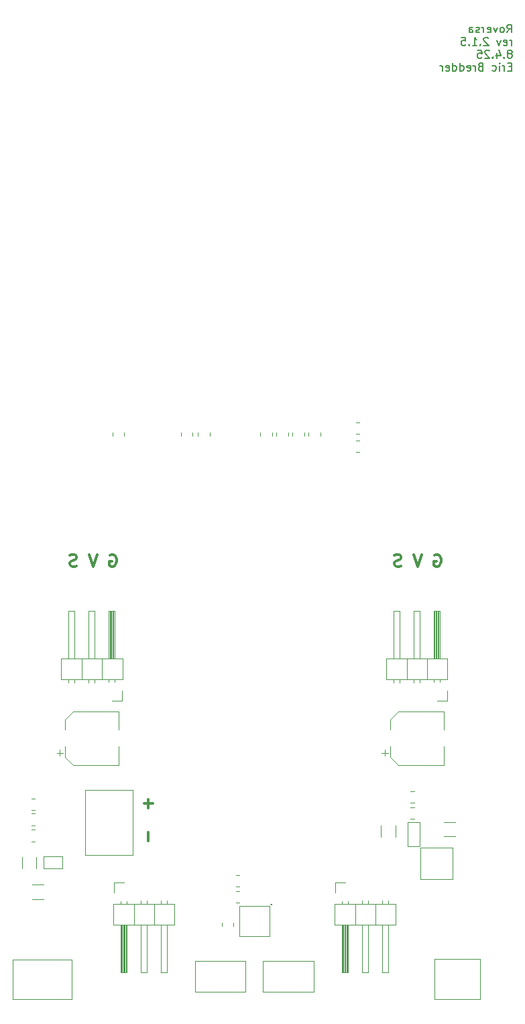
<source format=gbr>
%TF.GenerationSoftware,KiCad,Pcbnew,9.0.3*%
%TF.CreationDate,2025-08-22T11:29:55-04:00*%
%TF.ProjectId,roversa2,726f7665-7273-4613-922e-6b696361645f,rev?*%
%TF.SameCoordinates,Original*%
%TF.FileFunction,Legend,Bot*%
%TF.FilePolarity,Positive*%
%FSLAX46Y46*%
G04 Gerber Fmt 4.6, Leading zero omitted, Abs format (unit mm)*
G04 Created by KiCad (PCBNEW 9.0.3) date 2025-08-22 11:29:55*
%MOMM*%
%LPD*%
G01*
G04 APERTURE LIST*
%ADD10C,0.150000*%
%ADD11C,0.300000*%
%ADD12C,0.120000*%
%ADD13C,0.100000*%
G04 APERTURE END LIST*
D10*
X102060000Y-137500000D02*
G75*
G02*
X101940000Y-137500000I-60000J0D01*
G01*
X101940000Y-137500000D02*
G75*
G02*
X102060000Y-137500000I60000J0D01*
G01*
D11*
X122611774Y-93368257D02*
X122754632Y-93296828D01*
X122754632Y-93296828D02*
X122968917Y-93296828D01*
X122968917Y-93296828D02*
X123183203Y-93368257D01*
X123183203Y-93368257D02*
X123326060Y-93511114D01*
X123326060Y-93511114D02*
X123397489Y-93653971D01*
X123397489Y-93653971D02*
X123468917Y-93939685D01*
X123468917Y-93939685D02*
X123468917Y-94153971D01*
X123468917Y-94153971D02*
X123397489Y-94439685D01*
X123397489Y-94439685D02*
X123326060Y-94582542D01*
X123326060Y-94582542D02*
X123183203Y-94725400D01*
X123183203Y-94725400D02*
X122968917Y-94796828D01*
X122968917Y-94796828D02*
X122826060Y-94796828D01*
X122826060Y-94796828D02*
X122611774Y-94725400D01*
X122611774Y-94725400D02*
X122540346Y-94653971D01*
X122540346Y-94653971D02*
X122540346Y-94153971D01*
X122540346Y-94153971D02*
X122826060Y-94153971D01*
X120968917Y-93296828D02*
X120468917Y-94796828D01*
X120468917Y-94796828D02*
X119968917Y-93296828D01*
X118397489Y-94725400D02*
X118183204Y-94796828D01*
X118183204Y-94796828D02*
X117826061Y-94796828D01*
X117826061Y-94796828D02*
X117683204Y-94725400D01*
X117683204Y-94725400D02*
X117611775Y-94653971D01*
X117611775Y-94653971D02*
X117540346Y-94511114D01*
X117540346Y-94511114D02*
X117540346Y-94368257D01*
X117540346Y-94368257D02*
X117611775Y-94225400D01*
X117611775Y-94225400D02*
X117683204Y-94153971D01*
X117683204Y-94153971D02*
X117826061Y-94082542D01*
X117826061Y-94082542D02*
X118111775Y-94011114D01*
X118111775Y-94011114D02*
X118254632Y-93939685D01*
X118254632Y-93939685D02*
X118326061Y-93868257D01*
X118326061Y-93868257D02*
X118397489Y-93725400D01*
X118397489Y-93725400D02*
X118397489Y-93582542D01*
X118397489Y-93582542D02*
X118326061Y-93439685D01*
X118326061Y-93439685D02*
X118254632Y-93368257D01*
X118254632Y-93368257D02*
X118111775Y-93296828D01*
X118111775Y-93296828D02*
X117754632Y-93296828D01*
X117754632Y-93296828D02*
X117540346Y-93368257D01*
X86495600Y-129468089D02*
X86495600Y-128325232D01*
X86495600Y-125325232D02*
X86495600Y-124182375D01*
X85924171Y-124753803D02*
X87067028Y-124753803D01*
D10*
X131781392Y-27399587D02*
X132114725Y-26923396D01*
X132352820Y-27399587D02*
X132352820Y-26399587D01*
X132352820Y-26399587D02*
X131971868Y-26399587D01*
X131971868Y-26399587D02*
X131876630Y-26447206D01*
X131876630Y-26447206D02*
X131829011Y-26494825D01*
X131829011Y-26494825D02*
X131781392Y-26590063D01*
X131781392Y-26590063D02*
X131781392Y-26732920D01*
X131781392Y-26732920D02*
X131829011Y-26828158D01*
X131829011Y-26828158D02*
X131876630Y-26875777D01*
X131876630Y-26875777D02*
X131971868Y-26923396D01*
X131971868Y-26923396D02*
X132352820Y-26923396D01*
X131209963Y-27399587D02*
X131305201Y-27351968D01*
X131305201Y-27351968D02*
X131352820Y-27304348D01*
X131352820Y-27304348D02*
X131400439Y-27209110D01*
X131400439Y-27209110D02*
X131400439Y-26923396D01*
X131400439Y-26923396D02*
X131352820Y-26828158D01*
X131352820Y-26828158D02*
X131305201Y-26780539D01*
X131305201Y-26780539D02*
X131209963Y-26732920D01*
X131209963Y-26732920D02*
X131067106Y-26732920D01*
X131067106Y-26732920D02*
X130971868Y-26780539D01*
X130971868Y-26780539D02*
X130924249Y-26828158D01*
X130924249Y-26828158D02*
X130876630Y-26923396D01*
X130876630Y-26923396D02*
X130876630Y-27209110D01*
X130876630Y-27209110D02*
X130924249Y-27304348D01*
X130924249Y-27304348D02*
X130971868Y-27351968D01*
X130971868Y-27351968D02*
X131067106Y-27399587D01*
X131067106Y-27399587D02*
X131209963Y-27399587D01*
X130543296Y-26732920D02*
X130305201Y-27399587D01*
X130305201Y-27399587D02*
X130067106Y-26732920D01*
X129305201Y-27351968D02*
X129400439Y-27399587D01*
X129400439Y-27399587D02*
X129590915Y-27399587D01*
X129590915Y-27399587D02*
X129686153Y-27351968D01*
X129686153Y-27351968D02*
X129733772Y-27256729D01*
X129733772Y-27256729D02*
X129733772Y-26875777D01*
X129733772Y-26875777D02*
X129686153Y-26780539D01*
X129686153Y-26780539D02*
X129590915Y-26732920D01*
X129590915Y-26732920D02*
X129400439Y-26732920D01*
X129400439Y-26732920D02*
X129305201Y-26780539D01*
X129305201Y-26780539D02*
X129257582Y-26875777D01*
X129257582Y-26875777D02*
X129257582Y-26971015D01*
X129257582Y-26971015D02*
X129733772Y-27066253D01*
X128829010Y-27399587D02*
X128829010Y-26732920D01*
X128829010Y-26923396D02*
X128781391Y-26828158D01*
X128781391Y-26828158D02*
X128733772Y-26780539D01*
X128733772Y-26780539D02*
X128638534Y-26732920D01*
X128638534Y-26732920D02*
X128543296Y-26732920D01*
X128257581Y-27351968D02*
X128162343Y-27399587D01*
X128162343Y-27399587D02*
X127971867Y-27399587D01*
X127971867Y-27399587D02*
X127876629Y-27351968D01*
X127876629Y-27351968D02*
X127829010Y-27256729D01*
X127829010Y-27256729D02*
X127829010Y-27209110D01*
X127829010Y-27209110D02*
X127876629Y-27113872D01*
X127876629Y-27113872D02*
X127971867Y-27066253D01*
X127971867Y-27066253D02*
X128114724Y-27066253D01*
X128114724Y-27066253D02*
X128209962Y-27018634D01*
X128209962Y-27018634D02*
X128257581Y-26923396D01*
X128257581Y-26923396D02*
X128257581Y-26875777D01*
X128257581Y-26875777D02*
X128209962Y-26780539D01*
X128209962Y-26780539D02*
X128114724Y-26732920D01*
X128114724Y-26732920D02*
X127971867Y-26732920D01*
X127971867Y-26732920D02*
X127876629Y-26780539D01*
X126971867Y-27399587D02*
X126971867Y-26875777D01*
X126971867Y-26875777D02*
X127019486Y-26780539D01*
X127019486Y-26780539D02*
X127114724Y-26732920D01*
X127114724Y-26732920D02*
X127305200Y-26732920D01*
X127305200Y-26732920D02*
X127400438Y-26780539D01*
X126971867Y-27351968D02*
X127067105Y-27399587D01*
X127067105Y-27399587D02*
X127305200Y-27399587D01*
X127305200Y-27399587D02*
X127400438Y-27351968D01*
X127400438Y-27351968D02*
X127448057Y-27256729D01*
X127448057Y-27256729D02*
X127448057Y-27161491D01*
X127448057Y-27161491D02*
X127400438Y-27066253D01*
X127400438Y-27066253D02*
X127305200Y-27018634D01*
X127305200Y-27018634D02*
X127067105Y-27018634D01*
X127067105Y-27018634D02*
X126971867Y-26971015D01*
X132352820Y-29009531D02*
X132352820Y-28342864D01*
X132352820Y-28533340D02*
X132305201Y-28438102D01*
X132305201Y-28438102D02*
X132257582Y-28390483D01*
X132257582Y-28390483D02*
X132162344Y-28342864D01*
X132162344Y-28342864D02*
X132067106Y-28342864D01*
X131352820Y-28961912D02*
X131448058Y-29009531D01*
X131448058Y-29009531D02*
X131638534Y-29009531D01*
X131638534Y-29009531D02*
X131733772Y-28961912D01*
X131733772Y-28961912D02*
X131781391Y-28866673D01*
X131781391Y-28866673D02*
X131781391Y-28485721D01*
X131781391Y-28485721D02*
X131733772Y-28390483D01*
X131733772Y-28390483D02*
X131638534Y-28342864D01*
X131638534Y-28342864D02*
X131448058Y-28342864D01*
X131448058Y-28342864D02*
X131352820Y-28390483D01*
X131352820Y-28390483D02*
X131305201Y-28485721D01*
X131305201Y-28485721D02*
X131305201Y-28580959D01*
X131305201Y-28580959D02*
X131781391Y-28676197D01*
X130971867Y-28342864D02*
X130733772Y-29009531D01*
X130733772Y-29009531D02*
X130495677Y-28342864D01*
X129400438Y-28104769D02*
X129352819Y-28057150D01*
X129352819Y-28057150D02*
X129257581Y-28009531D01*
X129257581Y-28009531D02*
X129019486Y-28009531D01*
X129019486Y-28009531D02*
X128924248Y-28057150D01*
X128924248Y-28057150D02*
X128876629Y-28104769D01*
X128876629Y-28104769D02*
X128829010Y-28200007D01*
X128829010Y-28200007D02*
X128829010Y-28295245D01*
X128829010Y-28295245D02*
X128876629Y-28438102D01*
X128876629Y-28438102D02*
X129448057Y-29009531D01*
X129448057Y-29009531D02*
X128829010Y-29009531D01*
X128400438Y-28914292D02*
X128352819Y-28961912D01*
X128352819Y-28961912D02*
X128400438Y-29009531D01*
X128400438Y-29009531D02*
X128448057Y-28961912D01*
X128448057Y-28961912D02*
X128400438Y-28914292D01*
X128400438Y-28914292D02*
X128400438Y-29009531D01*
X127400439Y-29009531D02*
X127971867Y-29009531D01*
X127686153Y-29009531D02*
X127686153Y-28009531D01*
X127686153Y-28009531D02*
X127781391Y-28152388D01*
X127781391Y-28152388D02*
X127876629Y-28247626D01*
X127876629Y-28247626D02*
X127971867Y-28295245D01*
X126971867Y-28914292D02*
X126924248Y-28961912D01*
X126924248Y-28961912D02*
X126971867Y-29009531D01*
X126971867Y-29009531D02*
X127019486Y-28961912D01*
X127019486Y-28961912D02*
X126971867Y-28914292D01*
X126971867Y-28914292D02*
X126971867Y-29009531D01*
X126019487Y-28009531D02*
X126495677Y-28009531D01*
X126495677Y-28009531D02*
X126543296Y-28485721D01*
X126543296Y-28485721D02*
X126495677Y-28438102D01*
X126495677Y-28438102D02*
X126400439Y-28390483D01*
X126400439Y-28390483D02*
X126162344Y-28390483D01*
X126162344Y-28390483D02*
X126067106Y-28438102D01*
X126067106Y-28438102D02*
X126019487Y-28485721D01*
X126019487Y-28485721D02*
X125971868Y-28580959D01*
X125971868Y-28580959D02*
X125971868Y-28819054D01*
X125971868Y-28819054D02*
X126019487Y-28914292D01*
X126019487Y-28914292D02*
X126067106Y-28961912D01*
X126067106Y-28961912D02*
X126162344Y-29009531D01*
X126162344Y-29009531D02*
X126400439Y-29009531D01*
X126400439Y-29009531D02*
X126495677Y-28961912D01*
X126495677Y-28961912D02*
X126543296Y-28914292D01*
X132209963Y-30048046D02*
X132305201Y-30000427D01*
X132305201Y-30000427D02*
X132352820Y-29952808D01*
X132352820Y-29952808D02*
X132400439Y-29857570D01*
X132400439Y-29857570D02*
X132400439Y-29809951D01*
X132400439Y-29809951D02*
X132352820Y-29714713D01*
X132352820Y-29714713D02*
X132305201Y-29667094D01*
X132305201Y-29667094D02*
X132209963Y-29619475D01*
X132209963Y-29619475D02*
X132019487Y-29619475D01*
X132019487Y-29619475D02*
X131924249Y-29667094D01*
X131924249Y-29667094D02*
X131876630Y-29714713D01*
X131876630Y-29714713D02*
X131829011Y-29809951D01*
X131829011Y-29809951D02*
X131829011Y-29857570D01*
X131829011Y-29857570D02*
X131876630Y-29952808D01*
X131876630Y-29952808D02*
X131924249Y-30000427D01*
X131924249Y-30000427D02*
X132019487Y-30048046D01*
X132019487Y-30048046D02*
X132209963Y-30048046D01*
X132209963Y-30048046D02*
X132305201Y-30095665D01*
X132305201Y-30095665D02*
X132352820Y-30143284D01*
X132352820Y-30143284D02*
X132400439Y-30238522D01*
X132400439Y-30238522D02*
X132400439Y-30428998D01*
X132400439Y-30428998D02*
X132352820Y-30524236D01*
X132352820Y-30524236D02*
X132305201Y-30571856D01*
X132305201Y-30571856D02*
X132209963Y-30619475D01*
X132209963Y-30619475D02*
X132019487Y-30619475D01*
X132019487Y-30619475D02*
X131924249Y-30571856D01*
X131924249Y-30571856D02*
X131876630Y-30524236D01*
X131876630Y-30524236D02*
X131829011Y-30428998D01*
X131829011Y-30428998D02*
X131829011Y-30238522D01*
X131829011Y-30238522D02*
X131876630Y-30143284D01*
X131876630Y-30143284D02*
X131924249Y-30095665D01*
X131924249Y-30095665D02*
X132019487Y-30048046D01*
X131400439Y-30524236D02*
X131352820Y-30571856D01*
X131352820Y-30571856D02*
X131400439Y-30619475D01*
X131400439Y-30619475D02*
X131448058Y-30571856D01*
X131448058Y-30571856D02*
X131400439Y-30524236D01*
X131400439Y-30524236D02*
X131400439Y-30619475D01*
X130495678Y-29952808D02*
X130495678Y-30619475D01*
X130733773Y-29571856D02*
X130971868Y-30286141D01*
X130971868Y-30286141D02*
X130352821Y-30286141D01*
X129971868Y-30524236D02*
X129924249Y-30571856D01*
X129924249Y-30571856D02*
X129971868Y-30619475D01*
X129971868Y-30619475D02*
X130019487Y-30571856D01*
X130019487Y-30571856D02*
X129971868Y-30524236D01*
X129971868Y-30524236D02*
X129971868Y-30619475D01*
X129543297Y-29714713D02*
X129495678Y-29667094D01*
X129495678Y-29667094D02*
X129400440Y-29619475D01*
X129400440Y-29619475D02*
X129162345Y-29619475D01*
X129162345Y-29619475D02*
X129067107Y-29667094D01*
X129067107Y-29667094D02*
X129019488Y-29714713D01*
X129019488Y-29714713D02*
X128971869Y-29809951D01*
X128971869Y-29809951D02*
X128971869Y-29905189D01*
X128971869Y-29905189D02*
X129019488Y-30048046D01*
X129019488Y-30048046D02*
X129590916Y-30619475D01*
X129590916Y-30619475D02*
X128971869Y-30619475D01*
X128067107Y-29619475D02*
X128543297Y-29619475D01*
X128543297Y-29619475D02*
X128590916Y-30095665D01*
X128590916Y-30095665D02*
X128543297Y-30048046D01*
X128543297Y-30048046D02*
X128448059Y-30000427D01*
X128448059Y-30000427D02*
X128209964Y-30000427D01*
X128209964Y-30000427D02*
X128114726Y-30048046D01*
X128114726Y-30048046D02*
X128067107Y-30095665D01*
X128067107Y-30095665D02*
X128019488Y-30190903D01*
X128019488Y-30190903D02*
X128019488Y-30428998D01*
X128019488Y-30428998D02*
X128067107Y-30524236D01*
X128067107Y-30524236D02*
X128114726Y-30571856D01*
X128114726Y-30571856D02*
X128209964Y-30619475D01*
X128209964Y-30619475D02*
X128448059Y-30619475D01*
X128448059Y-30619475D02*
X128543297Y-30571856D01*
X128543297Y-30571856D02*
X128590916Y-30524236D01*
X132352820Y-31705609D02*
X132019487Y-31705609D01*
X131876630Y-32229419D02*
X132352820Y-32229419D01*
X132352820Y-32229419D02*
X132352820Y-31229419D01*
X132352820Y-31229419D02*
X131876630Y-31229419D01*
X131448058Y-32229419D02*
X131448058Y-31562752D01*
X131448058Y-31753228D02*
X131400439Y-31657990D01*
X131400439Y-31657990D02*
X131352820Y-31610371D01*
X131352820Y-31610371D02*
X131257582Y-31562752D01*
X131257582Y-31562752D02*
X131162344Y-31562752D01*
X130829010Y-32229419D02*
X130829010Y-31562752D01*
X130829010Y-31229419D02*
X130876629Y-31277038D01*
X130876629Y-31277038D02*
X130829010Y-31324657D01*
X130829010Y-31324657D02*
X130781391Y-31277038D01*
X130781391Y-31277038D02*
X130829010Y-31229419D01*
X130829010Y-31229419D02*
X130829010Y-31324657D01*
X129924249Y-32181800D02*
X130019487Y-32229419D01*
X130019487Y-32229419D02*
X130209963Y-32229419D01*
X130209963Y-32229419D02*
X130305201Y-32181800D01*
X130305201Y-32181800D02*
X130352820Y-32134180D01*
X130352820Y-32134180D02*
X130400439Y-32038942D01*
X130400439Y-32038942D02*
X130400439Y-31753228D01*
X130400439Y-31753228D02*
X130352820Y-31657990D01*
X130352820Y-31657990D02*
X130305201Y-31610371D01*
X130305201Y-31610371D02*
X130209963Y-31562752D01*
X130209963Y-31562752D02*
X130019487Y-31562752D01*
X130019487Y-31562752D02*
X129924249Y-31610371D01*
X128400439Y-31705609D02*
X128257582Y-31753228D01*
X128257582Y-31753228D02*
X128209963Y-31800847D01*
X128209963Y-31800847D02*
X128162344Y-31896085D01*
X128162344Y-31896085D02*
X128162344Y-32038942D01*
X128162344Y-32038942D02*
X128209963Y-32134180D01*
X128209963Y-32134180D02*
X128257582Y-32181800D01*
X128257582Y-32181800D02*
X128352820Y-32229419D01*
X128352820Y-32229419D02*
X128733772Y-32229419D01*
X128733772Y-32229419D02*
X128733772Y-31229419D01*
X128733772Y-31229419D02*
X128400439Y-31229419D01*
X128400439Y-31229419D02*
X128305201Y-31277038D01*
X128305201Y-31277038D02*
X128257582Y-31324657D01*
X128257582Y-31324657D02*
X128209963Y-31419895D01*
X128209963Y-31419895D02*
X128209963Y-31515133D01*
X128209963Y-31515133D02*
X128257582Y-31610371D01*
X128257582Y-31610371D02*
X128305201Y-31657990D01*
X128305201Y-31657990D02*
X128400439Y-31705609D01*
X128400439Y-31705609D02*
X128733772Y-31705609D01*
X127733772Y-32229419D02*
X127733772Y-31562752D01*
X127733772Y-31753228D02*
X127686153Y-31657990D01*
X127686153Y-31657990D02*
X127638534Y-31610371D01*
X127638534Y-31610371D02*
X127543296Y-31562752D01*
X127543296Y-31562752D02*
X127448058Y-31562752D01*
X126733772Y-32181800D02*
X126829010Y-32229419D01*
X126829010Y-32229419D02*
X127019486Y-32229419D01*
X127019486Y-32229419D02*
X127114724Y-32181800D01*
X127114724Y-32181800D02*
X127162343Y-32086561D01*
X127162343Y-32086561D02*
X127162343Y-31705609D01*
X127162343Y-31705609D02*
X127114724Y-31610371D01*
X127114724Y-31610371D02*
X127019486Y-31562752D01*
X127019486Y-31562752D02*
X126829010Y-31562752D01*
X126829010Y-31562752D02*
X126733772Y-31610371D01*
X126733772Y-31610371D02*
X126686153Y-31705609D01*
X126686153Y-31705609D02*
X126686153Y-31800847D01*
X126686153Y-31800847D02*
X127162343Y-31896085D01*
X125829010Y-32229419D02*
X125829010Y-31229419D01*
X125829010Y-32181800D02*
X125924248Y-32229419D01*
X125924248Y-32229419D02*
X126114724Y-32229419D01*
X126114724Y-32229419D02*
X126209962Y-32181800D01*
X126209962Y-32181800D02*
X126257581Y-32134180D01*
X126257581Y-32134180D02*
X126305200Y-32038942D01*
X126305200Y-32038942D02*
X126305200Y-31753228D01*
X126305200Y-31753228D02*
X126257581Y-31657990D01*
X126257581Y-31657990D02*
X126209962Y-31610371D01*
X126209962Y-31610371D02*
X126114724Y-31562752D01*
X126114724Y-31562752D02*
X125924248Y-31562752D01*
X125924248Y-31562752D02*
X125829010Y-31610371D01*
X124924248Y-32229419D02*
X124924248Y-31229419D01*
X124924248Y-32181800D02*
X125019486Y-32229419D01*
X125019486Y-32229419D02*
X125209962Y-32229419D01*
X125209962Y-32229419D02*
X125305200Y-32181800D01*
X125305200Y-32181800D02*
X125352819Y-32134180D01*
X125352819Y-32134180D02*
X125400438Y-32038942D01*
X125400438Y-32038942D02*
X125400438Y-31753228D01*
X125400438Y-31753228D02*
X125352819Y-31657990D01*
X125352819Y-31657990D02*
X125305200Y-31610371D01*
X125305200Y-31610371D02*
X125209962Y-31562752D01*
X125209962Y-31562752D02*
X125019486Y-31562752D01*
X125019486Y-31562752D02*
X124924248Y-31610371D01*
X124067105Y-32181800D02*
X124162343Y-32229419D01*
X124162343Y-32229419D02*
X124352819Y-32229419D01*
X124352819Y-32229419D02*
X124448057Y-32181800D01*
X124448057Y-32181800D02*
X124495676Y-32086561D01*
X124495676Y-32086561D02*
X124495676Y-31705609D01*
X124495676Y-31705609D02*
X124448057Y-31610371D01*
X124448057Y-31610371D02*
X124352819Y-31562752D01*
X124352819Y-31562752D02*
X124162343Y-31562752D01*
X124162343Y-31562752D02*
X124067105Y-31610371D01*
X124067105Y-31610371D02*
X124019486Y-31705609D01*
X124019486Y-31705609D02*
X124019486Y-31800847D01*
X124019486Y-31800847D02*
X124495676Y-31896085D01*
X123590914Y-32229419D02*
X123590914Y-31562752D01*
X123590914Y-31753228D02*
X123543295Y-31657990D01*
X123543295Y-31657990D02*
X123495676Y-31610371D01*
X123495676Y-31610371D02*
X123400438Y-31562752D01*
X123400438Y-31562752D02*
X123305200Y-31562752D01*
D11*
X81631774Y-93368257D02*
X81774632Y-93296828D01*
X81774632Y-93296828D02*
X81988917Y-93296828D01*
X81988917Y-93296828D02*
X82203203Y-93368257D01*
X82203203Y-93368257D02*
X82346060Y-93511114D01*
X82346060Y-93511114D02*
X82417489Y-93653971D01*
X82417489Y-93653971D02*
X82488917Y-93939685D01*
X82488917Y-93939685D02*
X82488917Y-94153971D01*
X82488917Y-94153971D02*
X82417489Y-94439685D01*
X82417489Y-94439685D02*
X82346060Y-94582542D01*
X82346060Y-94582542D02*
X82203203Y-94725400D01*
X82203203Y-94725400D02*
X81988917Y-94796828D01*
X81988917Y-94796828D02*
X81846060Y-94796828D01*
X81846060Y-94796828D02*
X81631774Y-94725400D01*
X81631774Y-94725400D02*
X81560346Y-94653971D01*
X81560346Y-94653971D02*
X81560346Y-94153971D01*
X81560346Y-94153971D02*
X81846060Y-94153971D01*
X79988917Y-93296828D02*
X79488917Y-94796828D01*
X79488917Y-94796828D02*
X78988917Y-93296828D01*
X77417489Y-94725400D02*
X77203204Y-94796828D01*
X77203204Y-94796828D02*
X76846061Y-94796828D01*
X76846061Y-94796828D02*
X76703204Y-94725400D01*
X76703204Y-94725400D02*
X76631775Y-94653971D01*
X76631775Y-94653971D02*
X76560346Y-94511114D01*
X76560346Y-94511114D02*
X76560346Y-94368257D01*
X76560346Y-94368257D02*
X76631775Y-94225400D01*
X76631775Y-94225400D02*
X76703204Y-94153971D01*
X76703204Y-94153971D02*
X76846061Y-94082542D01*
X76846061Y-94082542D02*
X77131775Y-94011114D01*
X77131775Y-94011114D02*
X77274632Y-93939685D01*
X77274632Y-93939685D02*
X77346061Y-93868257D01*
X77346061Y-93868257D02*
X77417489Y-93725400D01*
X77417489Y-93725400D02*
X77417489Y-93582542D01*
X77417489Y-93582542D02*
X77346061Y-93439685D01*
X77346061Y-93439685D02*
X77274632Y-93368257D01*
X77274632Y-93368257D02*
X77131775Y-93296828D01*
X77131775Y-93296828D02*
X76774632Y-93296828D01*
X76774632Y-93296828D02*
X76560346Y-93368257D01*
D12*
%TO.C,R9*%
X112675936Y-78878000D02*
X113130064Y-78878000D01*
X112675936Y-80348000D02*
X113130064Y-80348000D01*
%TO.C,J4*%
D13*
X107372800Y-144594000D02*
X100972800Y-144594000D01*
X100972800Y-148544000D01*
X107372800Y-148544000D01*
X107372800Y-144594000D01*
D12*
%TO.C,J7*%
X116512800Y-106421900D02*
X124252800Y-106421900D01*
X116512800Y-109081900D02*
X116512800Y-106421900D01*
X117462800Y-100421900D02*
X117462800Y-106421900D01*
X117462800Y-109478971D02*
X117462800Y-109081900D01*
X118222800Y-100421900D02*
X117462800Y-100421900D01*
X118222800Y-106421900D02*
X118222800Y-100421900D01*
X118222800Y-109478971D02*
X118222800Y-109081900D01*
X119112800Y-109081900D02*
X119112800Y-106421900D01*
X120002800Y-100421900D02*
X120002800Y-106421900D01*
X120002800Y-109478971D02*
X120002800Y-109081900D01*
X120762800Y-100421900D02*
X120002800Y-100421900D01*
X120762800Y-106421900D02*
X120762800Y-100421900D01*
X120762800Y-109478971D02*
X120762800Y-109081900D01*
X121652800Y-109081900D02*
X121652800Y-106421900D01*
X122542800Y-100421900D02*
X122542800Y-106421900D01*
X122542800Y-109411900D02*
X122542800Y-109081900D01*
X122642800Y-106421900D02*
X122642800Y-100421900D01*
X122762800Y-106421900D02*
X122762800Y-100421900D01*
X122882800Y-106421900D02*
X122882800Y-100421900D01*
X122922800Y-111791900D02*
X124192800Y-111791900D01*
X123002800Y-106421900D02*
X123002800Y-100421900D01*
X123122800Y-106421900D02*
X123122800Y-100421900D01*
X123242800Y-106421900D02*
X123242800Y-100421900D01*
X123302800Y-100421900D02*
X122542800Y-100421900D01*
X123302800Y-106421900D02*
X123302800Y-100421900D01*
X123302800Y-109411900D02*
X123302800Y-109081900D01*
X124192800Y-111791900D02*
X124192800Y-110521900D01*
X124252800Y-106421900D02*
X124252800Y-109081900D01*
X124252800Y-109081900D02*
X116512800Y-109081900D01*
%TO.C,R7*%
X71732336Y-128043000D02*
X72186464Y-128043000D01*
X71732336Y-129513000D02*
X72186464Y-129513000D01*
%TO.C,R6*%
X72186464Y-124106000D02*
X71732336Y-124106000D01*
X72186464Y-125576000D02*
X71732336Y-125576000D01*
%TO.C,R13*%
X100611000Y-77861936D02*
X100611000Y-78316064D01*
X102081000Y-77861936D02*
X102081000Y-78316064D01*
%TO.C,R5*%
X72186464Y-126011000D02*
X71732336Y-126011000D01*
X72186464Y-127481000D02*
X71732336Y-127481000D01*
%TO.C,R10*%
X81942000Y-77861936D02*
X81942000Y-78316064D01*
X83412000Y-77861936D02*
X83412000Y-78316064D01*
%TO.C,U1*%
D13*
X120738200Y-127125600D02*
X119238200Y-127125600D01*
X119238200Y-130125600D01*
X120738200Y-130125600D01*
X120738200Y-127125600D01*
%TO.C,L1*%
X120858400Y-130308600D02*
X124858400Y-130308600D01*
X124858400Y-134308600D01*
X120858400Y-134308600D01*
X120858400Y-130308600D01*
D12*
%TO.C,C4*%
X73228252Y-134980000D02*
X71805748Y-134980000D01*
X73228252Y-136800000D02*
X71805748Y-136800000D01*
%TO.C,R8*%
X112675936Y-76592000D02*
X113130064Y-76592000D01*
X112675936Y-78062000D02*
X113130064Y-78062000D01*
%TO.C,D1*%
D13*
X97972800Y-141482800D02*
X101772800Y-141482800D01*
X101772800Y-137682800D01*
X97972800Y-137682800D01*
X97972800Y-141482800D01*
D12*
%TO.C,R2*%
X120037464Y-123191600D02*
X119583336Y-123191600D01*
X120037464Y-124661600D02*
X119583336Y-124661600D01*
%TO.C,SW1*%
D13*
X122572800Y-149450000D02*
X128372800Y-149450000D01*
X128372800Y-144350000D01*
X122572800Y-144350000D01*
X122572800Y-149450000D01*
D12*
%TO.C,C11*%
X115960300Y-118357300D02*
X116747800Y-118357300D01*
X116354050Y-118751050D02*
X116354050Y-117963550D01*
X116987800Y-114164237D02*
X116987800Y-115449800D01*
X116987800Y-114164237D02*
X118052237Y-113099800D01*
X116987800Y-118855363D02*
X116987800Y-117569800D01*
X116987800Y-118855363D02*
X118052237Y-119919800D01*
X118052237Y-113099800D02*
X123807800Y-113099800D01*
X118052237Y-119919800D02*
X123807800Y-119919800D01*
X123807800Y-113099800D02*
X123807800Y-115449800D01*
X123807800Y-119919800D02*
X123807800Y-117569800D01*
%TO.C,R17*%
X97991664Y-135789000D02*
X97537536Y-135789000D01*
X97991664Y-137259000D02*
X97537536Y-137259000D01*
%TO.C,R4*%
X95765000Y-139772936D02*
X95765000Y-140227064D01*
X97235000Y-139772936D02*
X97235000Y-140227064D01*
%TO.C,J1*%
D13*
X76772800Y-144421900D02*
X69372800Y-144421900D01*
X69372800Y-149421900D01*
X76772800Y-149421900D01*
X76772800Y-144421900D01*
D12*
%TO.C,C10*%
X74910300Y-118357300D02*
X75697800Y-118357300D01*
X75304050Y-118751050D02*
X75304050Y-117963550D01*
X75937800Y-114164237D02*
X75937800Y-115449800D01*
X75937800Y-114164237D02*
X77002237Y-113099800D01*
X75937800Y-118855363D02*
X75937800Y-117569800D01*
X75937800Y-118855363D02*
X77002237Y-119919800D01*
X77002237Y-113099800D02*
X82757800Y-113099800D01*
X77002237Y-119919800D02*
X82757800Y-119919800D01*
X82757800Y-113099800D02*
X82757800Y-115449800D01*
X82757800Y-119919800D02*
X82757800Y-117569800D01*
%TO.C,J6*%
X75462800Y-106421900D02*
X83202800Y-106421900D01*
X75462800Y-109081900D02*
X75462800Y-106421900D01*
X76412800Y-100421900D02*
X76412800Y-106421900D01*
X76412800Y-109478971D02*
X76412800Y-109081900D01*
X77172800Y-100421900D02*
X76412800Y-100421900D01*
X77172800Y-106421900D02*
X77172800Y-100421900D01*
X77172800Y-109478971D02*
X77172800Y-109081900D01*
X78062800Y-109081900D02*
X78062800Y-106421900D01*
X78952800Y-100421900D02*
X78952800Y-106421900D01*
X78952800Y-109478971D02*
X78952800Y-109081900D01*
X79712800Y-100421900D02*
X78952800Y-100421900D01*
X79712800Y-106421900D02*
X79712800Y-100421900D01*
X79712800Y-109478971D02*
X79712800Y-109081900D01*
X80602800Y-109081900D02*
X80602800Y-106421900D01*
X81492800Y-100421900D02*
X81492800Y-106421900D01*
X81492800Y-109411900D02*
X81492800Y-109081900D01*
X81592800Y-106421900D02*
X81592800Y-100421900D01*
X81712800Y-106421900D02*
X81712800Y-100421900D01*
X81832800Y-106421900D02*
X81832800Y-100421900D01*
X81872800Y-111791900D02*
X83142800Y-111791900D01*
X81952800Y-106421900D02*
X81952800Y-100421900D01*
X82072800Y-106421900D02*
X82072800Y-100421900D01*
X82192800Y-106421900D02*
X82192800Y-100421900D01*
X82252800Y-100421900D02*
X81492800Y-100421900D01*
X82252800Y-106421900D02*
X82252800Y-100421900D01*
X82252800Y-109411900D02*
X82252800Y-109081900D01*
X83142800Y-111791900D02*
X83142800Y-110521900D01*
X83202800Y-106421900D02*
X83202800Y-109081900D01*
X83202800Y-109081900D02*
X75462800Y-109081900D01*
%TO.C,C1*%
X115852400Y-128955852D02*
X115852400Y-127533348D01*
X117672400Y-128955852D02*
X117672400Y-127533348D01*
%TO.C,C3*%
X70516000Y-131481248D02*
X70516000Y-132903752D01*
X72336000Y-131481248D02*
X72336000Y-132903752D01*
%TO.C,J5*%
X82042800Y-137411900D02*
X89782800Y-137411900D01*
X82042800Y-140071900D02*
X82042800Y-137411900D01*
X82102800Y-134701900D02*
X82102800Y-135971900D01*
X82992800Y-137081900D02*
X82992800Y-137411900D01*
X82992800Y-140071900D02*
X82992800Y-146071900D01*
X82992800Y-146071900D02*
X83752800Y-146071900D01*
X83052800Y-140071900D02*
X83052800Y-146071900D01*
X83172800Y-140071900D02*
X83172800Y-146071900D01*
X83292800Y-140071900D02*
X83292800Y-146071900D01*
X83372800Y-134701900D02*
X82102800Y-134701900D01*
X83412800Y-140071900D02*
X83412800Y-146071900D01*
X83532800Y-140071900D02*
X83532800Y-146071900D01*
X83652800Y-140071900D02*
X83652800Y-146071900D01*
X83752800Y-137081900D02*
X83752800Y-137411900D01*
X83752800Y-146071900D02*
X83752800Y-140071900D01*
X84642800Y-137411900D02*
X84642800Y-140071900D01*
X85532800Y-137014829D02*
X85532800Y-137411900D01*
X85532800Y-140071900D02*
X85532800Y-146071900D01*
X85532800Y-146071900D02*
X86292800Y-146071900D01*
X86292800Y-137014829D02*
X86292800Y-137411900D01*
X86292800Y-146071900D02*
X86292800Y-140071900D01*
X87182800Y-137411900D02*
X87182800Y-140071900D01*
X88072800Y-137014829D02*
X88072800Y-137411900D01*
X88072800Y-140071900D02*
X88072800Y-146071900D01*
X88072800Y-146071900D02*
X88832800Y-146071900D01*
X88832800Y-137014829D02*
X88832800Y-137411900D01*
X88832800Y-146071900D02*
X88832800Y-140071900D01*
X89782800Y-137411900D02*
X89782800Y-140071900D01*
X89782800Y-140071900D02*
X82042800Y-140071900D01*
%TO.C,R12*%
X92737000Y-77861936D02*
X92737000Y-78316064D01*
X94207000Y-77861936D02*
X94207000Y-78316064D01*
%TO.C,R3*%
X97537536Y-133782400D02*
X97991664Y-133782400D01*
X97537536Y-135252400D02*
X97991664Y-135252400D01*
%TO.C,U2*%
D13*
X75642000Y-131437000D02*
X73252000Y-131437000D01*
X73252000Y-132947000D01*
X75642000Y-132947000D01*
X75642000Y-131437000D01*
D12*
%TO.C,R15*%
X104675000Y-77861936D02*
X104675000Y-78316064D01*
X106145000Y-77861936D02*
X106145000Y-78316064D01*
%TO.C,J2*%
D13*
X84503200Y-131255200D02*
X78503200Y-131255200D01*
X78503200Y-123055200D01*
X84503200Y-123055200D01*
X84503200Y-131255200D01*
%TO.C,J3*%
X98772800Y-144594000D02*
X92372800Y-144594000D01*
X92372800Y-148544000D01*
X98772800Y-148544000D01*
X98772800Y-144594000D01*
D12*
%TO.C,R16*%
X106707000Y-77861936D02*
X106707000Y-78316064D01*
X108177000Y-77861936D02*
X108177000Y-78316064D01*
%TO.C,R14*%
X102643000Y-77861936D02*
X102643000Y-78316064D01*
X104113000Y-77861936D02*
X104113000Y-78316064D01*
%TO.C,C2*%
X125220652Y-127080600D02*
X123798148Y-127080600D01*
X125220652Y-128900600D02*
X123798148Y-128900600D01*
%TO.C,J8*%
X109992800Y-137411900D02*
X117732800Y-137411900D01*
X109992800Y-140071900D02*
X109992800Y-137411900D01*
X110052800Y-134701900D02*
X110052800Y-135971900D01*
X110942800Y-137081900D02*
X110942800Y-137411900D01*
X110942800Y-140071900D02*
X110942800Y-146071900D01*
X110942800Y-146071900D02*
X111702800Y-146071900D01*
X111002800Y-140071900D02*
X111002800Y-146071900D01*
X111122800Y-140071900D02*
X111122800Y-146071900D01*
X111242800Y-140071900D02*
X111242800Y-146071900D01*
X111322800Y-134701900D02*
X110052800Y-134701900D01*
X111362800Y-140071900D02*
X111362800Y-146071900D01*
X111482800Y-140071900D02*
X111482800Y-146071900D01*
X111602800Y-140071900D02*
X111602800Y-146071900D01*
X111702800Y-137081900D02*
X111702800Y-137411900D01*
X111702800Y-146071900D02*
X111702800Y-140071900D01*
X112592800Y-137411900D02*
X112592800Y-140071900D01*
X113482800Y-137014829D02*
X113482800Y-137411900D01*
X113482800Y-140071900D02*
X113482800Y-146071900D01*
X113482800Y-146071900D02*
X114242800Y-146071900D01*
X114242800Y-137014829D02*
X114242800Y-137411900D01*
X114242800Y-146071900D02*
X114242800Y-140071900D01*
X115132800Y-137411900D02*
X115132800Y-140071900D01*
X116022800Y-137014829D02*
X116022800Y-137411900D01*
X116022800Y-140071900D02*
X116022800Y-146071900D01*
X116022800Y-146071900D02*
X116782800Y-146071900D01*
X116782800Y-137014829D02*
X116782800Y-137411900D01*
X116782800Y-146071900D02*
X116782800Y-140071900D01*
X117732800Y-137411900D02*
X117732800Y-140071900D01*
X117732800Y-140071900D02*
X109992800Y-140071900D01*
%TO.C,R11*%
X90578000Y-77861936D02*
X90578000Y-78316064D01*
X92048000Y-77861936D02*
X92048000Y-78316064D01*
%TO.C,R1*%
X120037464Y-125223600D02*
X119583336Y-125223600D01*
X120037464Y-126693600D02*
X119583336Y-126693600D01*
%TD*%
M02*

</source>
